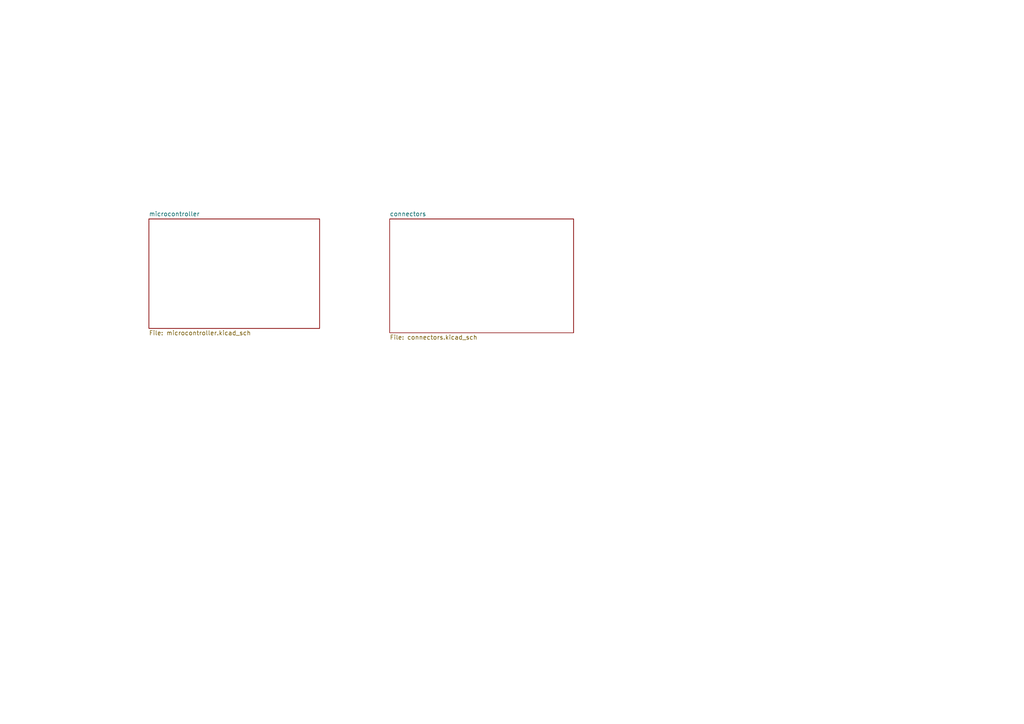
<source format=kicad_sch>
(kicad_sch
	(version 20231120)
	(generator "eeschema")
	(generator_version "8.0")
	(uuid "856885f2-6f46-4c40-9529-c8ec9ab48dce")
	(paper "A4")
	(lib_symbols)
	(sheet
		(at 113.03 63.5)
		(size 53.34 33.02)
		(fields_autoplaced yes)
		(stroke
			(width 0.1524)
			(type solid)
		)
		(fill
			(color 0 0 0 0.0000)
		)
		(uuid "562b8d7c-87b5-419b-9a10-da73b0ab4e4d")
		(property "Sheetname" "connectors"
			(at 113.03 62.7884 0)
			(effects
				(font
					(size 1.27 1.27)
				)
				(justify left bottom)
			)
		)
		(property "Sheetfile" "connectors.kicad_sch"
			(at 113.03 97.1046 0)
			(effects
				(font
					(size 1.27 1.27)
				)
				(justify left top)
			)
		)
		(instances
			(project "iot-contact"
				(path "/856885f2-6f46-4c40-9529-c8ec9ab48dce"
					(page "3")
				)
			)
		)
	)
	(sheet
		(at 43.18 63.5)
		(size 49.53 31.75)
		(fields_autoplaced yes)
		(stroke
			(width 0.1524)
			(type solid)
		)
		(fill
			(color 0 0 0 0.0000)
		)
		(uuid "bfc23983-2e62-429d-ab68-83d0a8643b81")
		(property "Sheetname" "microcontroller"
			(at 43.18 62.7884 0)
			(effects
				(font
					(size 1.27 1.27)
				)
				(justify left bottom)
			)
		)
		(property "Sheetfile" "microcontroller.kicad_sch"
			(at 43.18 95.8346 0)
			(effects
				(font
					(size 1.27 1.27)
				)
				(justify left top)
			)
		)
		(instances
			(project "iot-contact"
				(path "/856885f2-6f46-4c40-9529-c8ec9ab48dce"
					(page "2")
				)
			)
		)
	)
	(sheet_instances
		(path "/"
			(page "1")
		)
	)
)

</source>
